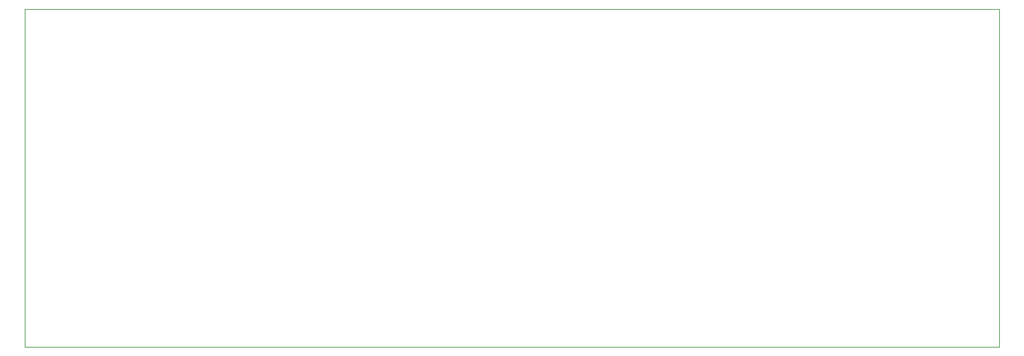
<source format=gbr>
G04 #@! TF.GenerationSoftware,KiCad,Pcbnew,(6.0.5)*
G04 #@! TF.CreationDate,2022-07-25T19:39:25-05:00*
G04 #@! TF.ProjectId,KosmoVoltsMain,4b6f736d-6f56-46f6-9c74-734d61696e2e,rev?*
G04 #@! TF.SameCoordinates,Original*
G04 #@! TF.FileFunction,Profile,NP*
%FSLAX46Y46*%
G04 Gerber Fmt 4.6, Leading zero omitted, Abs format (unit mm)*
G04 Created by KiCad (PCBNEW (6.0.5)) date 2022-07-25 19:39:25*
%MOMM*%
%LPD*%
G01*
G04 APERTURE LIST*
G04 #@! TA.AperFunction,Profile*
%ADD10C,0.100000*%
G04 #@! TD*
G04 APERTURE END LIST*
D10*
X74500000Y-98000000D02*
X201000000Y-98000000D01*
X201000000Y-98000000D02*
X201000000Y-142000000D01*
X201000000Y-142000000D02*
X74500000Y-142000000D01*
X74500000Y-142000000D02*
X74500000Y-98000000D01*
M02*

</source>
